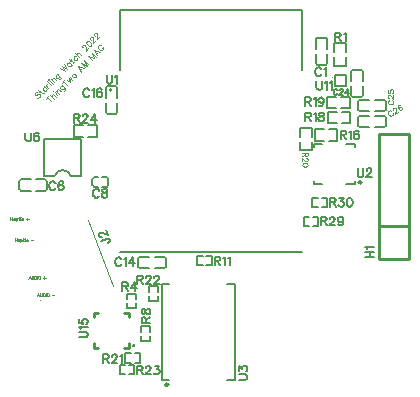
<source format=gto>
G04 Layer: TopSilkscreenLayer*
G04 EasyEDA v6.5.22, 2023-01-25 14:37:09*
G04 a2e63df7a23446a2ae1eb019cd18a306,9a4ed40c0dd746429eaf55b84663d2fb,10*
G04 Gerber Generator version 0.2*
G04 Scale: 100 percent, Rotated: No, Reflected: No *
G04 Dimensions in inches *
G04 leading zeros omitted , absolute positions ,3 integer and 6 decimal *
%FSLAX36Y36*%
%MOIN*%

%ADD10C,0.0025*%
%ADD11C,0.0035*%
%ADD12C,0.0039*%
%ADD13C,0.0050*%
%ADD14C,0.0030*%
%ADD15C,0.0060*%
%ADD16C,0.0079*%
%ADD17C,0.0039*%
%ADD18C,0.0100*%
%ADD19C,0.0059*%
%ADD20C,0.0079*%
%ADD21C,0.0098*%
%ADD22C,0.0098*%
%ADD23C,0.0106*%

%LPD*%
D10*
X-584380Y136729D02*
G01*
X-584380Y127130D01*
X-578079Y136729D02*
G01*
X-578079Y127130D01*
X-584380Y132130D02*
G01*
X-578079Y132130D01*
X-569580Y133530D02*
G01*
X-569580Y127130D01*
X-569580Y132130D02*
G01*
X-570479Y133029D01*
X-571379Y133530D01*
X-572780Y133530D01*
X-573680Y133029D01*
X-574580Y132130D01*
X-575079Y130830D01*
X-575079Y129830D01*
X-574580Y128530D01*
X-573680Y127629D01*
X-572780Y127130D01*
X-571379Y127130D01*
X-570479Y127629D01*
X-569580Y128530D01*
X-566580Y133530D02*
G01*
X-566580Y123930D01*
X-566580Y132130D02*
G01*
X-565680Y133029D01*
X-564780Y133530D01*
X-563379Y133530D01*
X-562480Y133029D01*
X-561580Y132130D01*
X-561080Y130830D01*
X-561080Y129830D01*
X-561580Y128530D01*
X-562480Y127629D01*
X-563379Y127130D01*
X-564780Y127130D01*
X-565680Y127629D01*
X-566580Y128530D01*
X-556779Y136729D02*
G01*
X-556779Y128930D01*
X-556279Y127629D01*
X-555380Y127130D01*
X-554480Y127130D01*
X-558079Y133530D02*
G01*
X-554980Y133530D01*
X-551480Y136729D02*
G01*
X-551080Y136230D01*
X-550579Y136729D01*
X-551080Y137130D01*
X-551480Y136729D01*
X-551080Y133530D02*
G01*
X-551080Y127130D01*
X-542080Y132130D02*
G01*
X-543079Y133029D01*
X-543980Y133530D01*
X-545280Y133530D01*
X-546180Y133029D01*
X-547080Y132130D01*
X-547579Y130830D01*
X-547579Y129830D01*
X-547080Y128530D01*
X-546180Y127629D01*
X-545280Y127130D01*
X-543980Y127130D01*
X-543079Y127629D01*
X-542080Y128530D01*
X-528079Y135329D02*
G01*
X-528079Y127130D01*
X-532080Y131230D02*
G01*
X-523980Y131230D01*
X-569080Y66829D02*
G01*
X-569080Y57229D01*
X-562780Y66829D02*
G01*
X-562780Y57229D01*
X-569080Y62229D02*
G01*
X-562780Y62229D01*
X-554279Y63629D02*
G01*
X-554279Y57229D01*
X-554279Y62229D02*
G01*
X-555180Y63130D01*
X-556080Y63629D01*
X-557480Y63629D01*
X-558379Y63130D01*
X-559279Y62229D01*
X-559780Y60929D01*
X-559780Y59929D01*
X-559279Y58629D01*
X-558379Y57730D01*
X-557480Y57229D01*
X-556080Y57229D01*
X-555180Y57730D01*
X-554279Y58629D01*
X-551279Y63629D02*
G01*
X-551279Y54029D01*
X-551279Y62229D02*
G01*
X-550380Y63130D01*
X-549480Y63629D01*
X-548079Y63629D01*
X-547179Y63130D01*
X-546279Y62229D01*
X-545780Y60929D01*
X-545780Y59929D01*
X-546279Y58629D01*
X-547179Y57730D01*
X-548079Y57229D01*
X-549480Y57229D01*
X-550380Y57730D01*
X-551279Y58629D01*
X-541480Y66829D02*
G01*
X-541480Y59029D01*
X-540979Y57730D01*
X-540079Y57229D01*
X-539179Y57229D01*
X-542780Y63629D02*
G01*
X-539679Y63629D01*
X-536180Y66829D02*
G01*
X-535780Y66329D01*
X-535280Y66829D01*
X-535780Y67229D01*
X-536180Y66829D01*
X-535780Y63629D02*
G01*
X-535780Y57229D01*
X-526779Y62229D02*
G01*
X-527780Y63130D01*
X-528680Y63629D01*
X-529980Y63629D01*
X-530879Y63130D01*
X-531779Y62229D01*
X-532280Y60929D01*
X-532280Y59929D01*
X-531779Y58629D01*
X-530879Y57730D01*
X-529980Y57229D01*
X-528680Y57229D01*
X-527780Y57730D01*
X-526779Y58629D01*
X-516779Y61329D02*
G01*
X-508680Y61329D01*
X-520479Y-58270D02*
G01*
X-524080Y-67869D01*
X-520479Y-58270D02*
G01*
X-516779Y-67869D01*
X-522780Y-64670D02*
G01*
X-518180Y-64670D01*
X-513779Y-58270D02*
G01*
X-513779Y-65169D01*
X-513379Y-66469D01*
X-512480Y-67370D01*
X-511080Y-67869D01*
X-510180Y-67869D01*
X-508779Y-67370D01*
X-507880Y-66469D01*
X-507480Y-65169D01*
X-507480Y-58270D01*
X-504480Y-58270D02*
G01*
X-504480Y-67869D01*
X-504480Y-58270D02*
G01*
X-501279Y-58270D01*
X-499880Y-58769D01*
X-498980Y-59670D01*
X-498580Y-60570D01*
X-498079Y-61970D01*
X-498079Y-64169D01*
X-498580Y-65570D01*
X-498980Y-66469D01*
X-499880Y-67370D01*
X-501279Y-67869D01*
X-504480Y-67869D01*
X-495079Y-58270D02*
G01*
X-495079Y-67869D01*
X-489380Y-58270D02*
G01*
X-490280Y-58769D01*
X-491180Y-59670D01*
X-491679Y-60570D01*
X-492080Y-61970D01*
X-492080Y-64169D01*
X-491679Y-65570D01*
X-491180Y-66469D01*
X-490280Y-67370D01*
X-489380Y-67869D01*
X-487579Y-67869D01*
X-486679Y-67370D01*
X-485780Y-66469D01*
X-485280Y-65570D01*
X-484780Y-64169D01*
X-484780Y-61970D01*
X-485280Y-60570D01*
X-485780Y-59670D01*
X-486679Y-58769D01*
X-487579Y-58270D01*
X-489380Y-58270D01*
X-470780Y-59670D02*
G01*
X-470780Y-67869D01*
X-474780Y-63769D02*
G01*
X-466679Y-63769D01*
X-491580Y-115770D02*
G01*
X-495180Y-125369D01*
X-491580Y-115770D02*
G01*
X-487880Y-125369D01*
X-493879Y-122170D02*
G01*
X-489279Y-122170D01*
X-484880Y-115770D02*
G01*
X-484880Y-122669D01*
X-484480Y-123969D01*
X-483580Y-124870D01*
X-482179Y-125369D01*
X-481279Y-125369D01*
X-479880Y-124870D01*
X-478980Y-123969D01*
X-478580Y-122669D01*
X-478580Y-115770D01*
X-475579Y-115770D02*
G01*
X-475579Y-125369D01*
X-475579Y-115770D02*
G01*
X-472380Y-115770D01*
X-470979Y-116269D01*
X-470079Y-117170D01*
X-469679Y-118070D01*
X-469179Y-119470D01*
X-469179Y-121669D01*
X-469679Y-123070D01*
X-470079Y-123969D01*
X-470979Y-124870D01*
X-472380Y-125369D01*
X-475579Y-125369D01*
X-466180Y-115770D02*
G01*
X-466180Y-125369D01*
X-460479Y-115770D02*
G01*
X-461379Y-116269D01*
X-462280Y-117170D01*
X-462780Y-118070D01*
X-463180Y-119470D01*
X-463180Y-121669D01*
X-462780Y-123070D01*
X-462280Y-123969D01*
X-461379Y-124870D01*
X-460479Y-125369D01*
X-458680Y-125369D01*
X-457780Y-124870D01*
X-456880Y-123969D01*
X-456379Y-123070D01*
X-455879Y-121669D01*
X-455879Y-119470D01*
X-456379Y-118070D01*
X-456880Y-117170D01*
X-457780Y-116269D01*
X-458680Y-115770D01*
X-460479Y-115770D01*
X-445879Y-121269D02*
G01*
X-437780Y-121269D01*
D11*
X-494930Y554519D02*
G01*
X-497475Y554519D01*
X-500092Y553317D01*
X-502709Y550700D01*
X-503910Y548085D01*
X-503910Y545538D01*
X-502637Y544265D01*
X-500729Y543629D01*
X-499456Y543629D01*
X-497547Y544265D01*
X-492385Y546882D01*
X-490405Y547447D01*
X-489131Y547447D01*
X-487223Y546811D01*
X-485313Y544902D01*
X-485313Y542357D01*
X-486586Y539810D01*
X-489202Y537195D01*
X-491747Y535922D01*
X-494293Y535922D01*
X-490758Y562651D02*
G01*
X-479798Y551691D01*
X-477253Y550417D01*
X-475272Y551125D01*
X-474000Y552397D01*
X-488141Y556215D02*
G01*
X-483617Y560742D01*
X-471030Y573328D02*
G01*
X-462049Y564348D01*
X-469121Y571419D02*
G01*
X-471666Y571419D01*
X-473576Y570783D01*
X-475555Y568802D01*
X-476192Y566893D01*
X-476192Y564348D01*
X-474849Y561732D01*
X-473576Y560459D01*
X-471030Y559185D01*
X-468485Y559185D01*
X-466575Y559823D01*
X-464596Y561801D01*
X-463959Y563712D01*
X-463959Y566257D01*
X-466787Y577570D02*
G01*
X-457807Y568591D01*
X-462898Y573681D02*
G01*
X-464242Y576298D01*
X-464242Y578843D01*
X-463605Y580752D01*
X-461625Y582732D01*
X-461909Y591500D02*
G01*
X-448402Y577995D01*
X-457665Y595743D02*
G01*
X-456322Y595673D01*
X-456392Y597015D01*
X-457665Y597015D01*
X-457665Y595743D01*
X-452503Y591855D02*
G01*
X-443523Y582874D01*
X-447624Y596734D02*
G01*
X-438644Y587752D01*
X-445079Y594187D02*
G01*
X-445079Y598006D01*
X-444443Y599915D01*
X-442462Y601894D01*
X-440554Y602532D01*
X-438007Y601259D01*
X-431574Y594823D01*
X-428604Y615754D02*
G01*
X-418280Y605430D01*
X-417007Y602885D01*
X-417007Y601612D01*
X-417644Y599702D01*
X-419624Y597723D01*
X-421532Y597087D01*
X-426694Y613845D02*
G01*
X-429239Y613845D01*
X-431149Y613209D01*
X-433128Y611228D01*
X-433766Y609319D01*
X-433766Y606774D01*
X-432421Y604157D01*
X-431149Y602885D01*
X-428604Y601612D01*
X-426058Y601612D01*
X-424148Y602249D01*
X-422169Y604229D01*
X-421532Y606138D01*
X-421532Y608683D01*
X-418986Y634421D02*
G01*
X-402299Y624099D01*
X-412552Y640857D02*
G01*
X-402299Y624099D01*
X-412552Y640857D02*
G01*
X-395865Y630533D01*
X-406117Y647291D02*
G01*
X-395865Y630533D01*
X-389642Y654715D02*
G01*
X-380662Y645736D01*
X-387732Y652806D02*
G01*
X-390279Y652806D01*
X-392259Y652100D01*
X-394167Y650190D01*
X-394804Y648281D01*
X-394804Y645736D01*
X-393460Y643119D01*
X-392188Y641846D01*
X-389642Y640574D01*
X-387097Y640574D01*
X-385187Y641210D01*
X-383278Y643119D01*
X-382570Y645099D01*
X-382570Y647644D01*
X-388015Y665394D02*
G01*
X-377056Y654432D01*
X-374510Y653161D01*
X-372601Y653796D01*
X-371257Y655140D01*
X-385399Y658958D02*
G01*
X-380945Y663413D01*
X-366378Y674162D02*
G01*
X-368995Y674090D01*
X-370904Y673454D01*
X-372813Y671545D01*
X-373450Y669636D01*
X-373450Y667091D01*
X-372106Y664474D01*
X-370833Y663202D01*
X-368288Y661929D01*
X-365742Y661929D01*
X-363833Y662564D01*
X-361923Y664474D01*
X-361287Y666383D01*
X-361216Y669000D01*
X-368569Y684839D02*
G01*
X-355065Y671332D01*
X-361499Y677768D02*
G01*
X-361499Y681585D01*
X-360862Y683496D01*
X-358954Y685405D01*
X-356974Y686111D01*
X-354427Y684839D01*
X-347993Y678404D01*
X-343468Y703436D02*
G01*
X-344104Y704072D01*
X-344741Y705981D01*
X-344741Y707253D01*
X-344175Y709234D01*
X-341630Y711779D01*
X-339579Y712415D01*
X-338306Y712415D01*
X-336396Y711779D01*
X-335124Y710506D01*
X-334488Y708598D01*
X-333851Y705416D01*
X-333851Y692546D01*
X-324871Y701527D01*
X-330316Y723094D02*
G01*
X-331518Y720477D01*
X-330882Y717294D01*
X-328335Y713476D01*
X-326356Y711496D01*
X-322538Y708951D01*
X-319355Y708314D01*
X-316810Y709587D01*
X-315466Y710931D01*
X-314193Y713476D01*
X-314830Y716658D01*
X-317376Y720477D01*
X-319355Y722456D01*
X-323173Y725003D01*
X-326356Y725639D01*
X-328973Y724436D01*
X-330316Y723094D01*
X-317021Y729881D02*
G01*
X-317659Y730518D01*
X-318294Y732426D01*
X-318294Y733699D01*
X-317659Y735751D01*
X-315113Y738296D01*
X-313132Y738861D01*
X-311860Y738861D01*
X-309951Y738225D01*
X-308679Y736952D01*
X-308042Y735043D01*
X-307406Y731862D01*
X-307406Y718991D01*
X-298424Y727973D01*
X-303729Y743175D02*
G01*
X-304364Y743811D01*
X-305002Y745720D01*
X-305002Y746993D01*
X-304436Y748973D01*
X-301890Y751518D01*
X-299909Y752085D01*
X-298567Y752156D01*
X-296657Y751518D01*
X-295384Y750246D01*
X-294749Y748337D01*
X-294183Y745084D01*
X-294183Y732215D01*
X-285132Y741266D01*
X-462336Y537573D02*
G01*
X-448829Y524067D01*
X-466791Y533119D02*
G01*
X-457809Y542098D01*
X-453568Y546341D02*
G01*
X-440061Y532835D01*
X-446496Y539270D02*
G01*
X-446496Y543089D01*
X-445789Y545068D01*
X-443879Y546977D01*
X-441971Y547615D01*
X-439426Y546341D01*
X-432991Y539906D01*
X-442254Y557656D02*
G01*
X-440911Y557584D01*
X-440981Y558928D01*
X-442254Y558928D01*
X-442254Y557656D01*
X-437092Y553766D02*
G01*
X-428112Y544785D01*
X-432213Y558645D02*
G01*
X-423233Y549665D01*
X-429668Y556100D02*
G01*
X-429597Y559989D01*
X-428959Y561898D01*
X-427051Y563807D01*
X-425142Y564443D01*
X-422596Y563170D01*
X-416162Y556736D01*
X-413191Y577667D02*
G01*
X-402867Y567343D01*
X-401594Y564796D01*
X-401594Y563524D01*
X-402232Y561615D01*
X-404140Y559706D01*
X-406050Y559070D01*
X-411283Y575756D02*
G01*
X-413828Y575756D01*
X-415738Y575120D01*
X-417646Y573211D01*
X-418283Y571302D01*
X-418353Y568685D01*
X-417010Y566069D01*
X-415738Y564796D01*
X-413191Y563524D01*
X-410576Y563595D01*
X-408666Y564232D01*
X-406756Y566140D01*
X-406121Y568049D01*
X-406121Y570596D01*
X-408949Y590960D02*
G01*
X-395443Y577454D01*
X-413474Y586435D02*
G01*
X-404423Y595486D01*
X-395655Y595203D02*
G01*
X-384130Y588768D01*
X-390564Y600293D02*
G01*
X-384130Y588768D01*
X-390564Y600293D02*
G01*
X-378968Y593930D01*
X-385402Y605455D02*
G01*
X-378968Y593930D01*
X-377907Y612950D02*
G01*
X-378613Y610970D01*
X-378613Y608425D01*
X-377271Y605808D01*
X-375997Y604537D01*
X-373452Y603263D01*
X-370906Y603263D01*
X-368927Y603971D01*
X-367017Y605880D01*
X-366381Y607788D01*
X-366381Y610335D01*
X-367654Y612880D01*
X-368927Y614153D01*
X-371543Y615497D01*
X-374089Y615497D01*
X-375997Y614859D01*
X-377907Y612950D01*
X-358037Y641871D02*
G01*
X-349693Y623204D01*
X-358037Y641871D02*
G01*
X-339369Y633528D01*
X-352169Y629639D02*
G01*
X-345805Y636003D01*
X-348632Y651275D02*
G01*
X-335127Y637770D01*
X-348632Y651275D02*
G01*
X-330036Y642862D01*
X-338379Y661529D02*
G01*
X-330036Y642862D01*
X-338379Y661529D02*
G01*
X-324873Y648024D01*
X-324238Y675671D02*
G01*
X-310731Y662166D01*
X-324238Y675671D02*
G01*
X-305569Y667327D01*
X-313914Y685994D02*
G01*
X-305569Y667327D01*
X-313914Y685994D02*
G01*
X-300407Y672489D01*
X-304580Y695329D02*
G01*
X-296166Y676732D01*
X-304580Y695329D02*
G01*
X-285913Y686984D01*
X-298711Y683096D02*
G01*
X-292277Y689531D01*
X-282305Y711098D02*
G01*
X-284215Y711734D01*
X-286760Y711734D01*
X-288741Y711167D01*
X-291287Y708622D01*
X-291922Y706572D01*
X-291922Y704027D01*
X-291287Y702116D01*
X-290014Y699571D01*
X-286760Y696318D01*
X-284215Y695045D01*
X-282305Y694409D01*
X-279760Y694409D01*
X-277781Y695117D01*
X-275235Y697662D01*
X-274598Y699571D01*
X-274598Y702116D01*
X-275235Y704027D01*
X-277145Y705936D01*
X-280326Y702753D02*
G01*
X-277145Y705936D01*
D12*
X685506Y491972D02*
G01*
X683877Y492995D01*
X681418Y493654D01*
X679409Y493532D01*
X676292Y491732D01*
X675270Y490104D01*
X674610Y487644D01*
X674682Y485722D01*
X675252Y482934D01*
X677501Y479036D01*
X679632Y477148D01*
X681310Y476039D01*
X683769Y475380D01*
X685691Y475452D01*
X688810Y477251D01*
X689918Y478930D01*
X690577Y481390D01*
X690456Y483398D01*
X691395Y495372D02*
G01*
X690945Y496152D01*
X690874Y498074D01*
X691204Y499304D01*
X692313Y500983D01*
X695430Y502782D01*
X697353Y502853D01*
X698582Y502523D01*
X700213Y501502D01*
X701112Y499942D01*
X701233Y497934D01*
X701111Y494746D01*
X697816Y482451D01*
X708641Y488701D01*
X715055Y510994D02*
G01*
X713374Y512103D01*
X710586Y511532D01*
X709027Y510632D01*
X707139Y508503D01*
X706881Y505351D01*
X708351Y501005D01*
X710600Y497107D01*
X713180Y494439D01*
X715640Y493780D01*
X718428Y494351D01*
X719206Y494801D01*
X721095Y496930D01*
X721755Y499389D01*
X721184Y502179D01*
X720734Y502957D01*
X718604Y504845D01*
X716145Y505504D01*
X713356Y504935D01*
X712578Y504484D01*
X710689Y502354D01*
X710030Y499895D01*
X710600Y497107D01*
D13*
X516419Y425830D02*
G01*
X516419Y397229D01*
X516419Y425830D02*
G01*
X528720Y425830D01*
X532719Y424529D01*
X534120Y423130D01*
X535519Y420430D01*
X535519Y417730D01*
X534120Y414929D01*
X532719Y413629D01*
X528720Y412229D01*
X516419Y412229D01*
X525919Y412229D02*
G01*
X535519Y397229D01*
X544520Y420430D02*
G01*
X547219Y421829D01*
X551319Y425830D01*
X551319Y397229D01*
X576719Y421829D02*
G01*
X575320Y424529D01*
X571220Y425830D01*
X568519Y425830D01*
X564420Y424529D01*
X561719Y420430D01*
X560320Y413629D01*
X560320Y406829D01*
X561719Y401329D01*
X564420Y398629D01*
X568519Y397229D01*
X569819Y397229D01*
X573919Y398629D01*
X576719Y401329D01*
X578019Y405430D01*
X578019Y406829D01*
X576719Y410830D01*
X573919Y413629D01*
X569819Y414929D01*
X568519Y414929D01*
X564420Y413629D01*
X561719Y410830D01*
X560320Y406829D01*
D14*
X406329Y351579D02*
G01*
X389229Y351579D01*
X406329Y351579D02*
G01*
X406329Y344279D01*
X405529Y341779D01*
X404729Y340979D01*
X403130Y340180D01*
X401430Y340180D01*
X399830Y340979D01*
X399030Y341779D01*
X398230Y344279D01*
X398230Y351579D01*
X398230Y345880D02*
G01*
X389229Y340180D01*
X402229Y333879D02*
G01*
X403130Y333879D01*
X404729Y333079D01*
X405529Y332280D01*
X406329Y330679D01*
X406329Y327379D01*
X405529Y325779D01*
X404729Y324879D01*
X403130Y324079D01*
X401430Y324079D01*
X399830Y324879D01*
X397330Y326579D01*
X389229Y334780D01*
X389229Y323279D01*
X406329Y312979D02*
G01*
X405529Y315479D01*
X403130Y317080D01*
X399030Y317880D01*
X396530Y317880D01*
X392429Y317080D01*
X390029Y315479D01*
X389229Y312979D01*
X389229Y311379D01*
X390029Y308879D01*
X392429Y307280D01*
X396530Y306480D01*
X399030Y306480D01*
X403130Y307280D01*
X405529Y308879D01*
X406329Y311379D01*
X406329Y312979D01*
D13*
X573320Y299924D02*
G01*
X573320Y279524D01*
X574619Y275425D01*
X577420Y272725D01*
X581520Y271325D01*
X584219Y271325D01*
X588320Y272725D01*
X591019Y275425D01*
X592420Y279524D01*
X592420Y299924D01*
X602719Y293125D02*
G01*
X602719Y294524D01*
X604120Y297224D01*
X605519Y298625D01*
X608220Y299924D01*
X613620Y299924D01*
X616419Y298625D01*
X617719Y297224D01*
X619120Y294524D01*
X619120Y291824D01*
X617719Y289025D01*
X615019Y284924D01*
X601419Y271325D01*
X620519Y271325D01*
D12*
X678170Y526720D02*
G01*
X676469Y525819D01*
X674669Y524020D01*
X673769Y522219D01*
X673769Y518620D01*
X674669Y516920D01*
X676469Y515120D01*
X678170Y514220D01*
X680869Y513319D01*
X685370Y513319D01*
X688069Y514220D01*
X689870Y515120D01*
X691669Y516920D01*
X692569Y518620D01*
X692569Y522219D01*
X691669Y524020D01*
X689870Y525819D01*
X688069Y526720D01*
X678170Y533519D02*
G01*
X677269Y533519D01*
X675569Y534420D01*
X674669Y535320D01*
X673769Y537119D01*
X673769Y540720D01*
X674669Y542420D01*
X675569Y543319D01*
X677269Y544220D01*
X679070Y544220D01*
X680869Y543319D01*
X683569Y541619D01*
X692569Y532620D01*
X692569Y545120D01*
X673769Y561819D02*
G01*
X673769Y552820D01*
X681769Y551920D01*
X680869Y552820D01*
X679970Y555520D01*
X679970Y558220D01*
X680869Y560920D01*
X682669Y562719D01*
X685370Y563620D01*
X687169Y563620D01*
X689870Y562719D01*
X691669Y560920D01*
X692569Y558220D01*
X692569Y555520D01*
X691669Y552820D01*
X690770Y551920D01*
X688969Y551019D01*
D13*
X398320Y486430D02*
G01*
X398320Y457829D01*
X398320Y486430D02*
G01*
X410619Y486430D01*
X414619Y485129D01*
X416019Y483730D01*
X417420Y481030D01*
X417420Y478330D01*
X416019Y475529D01*
X414619Y474229D01*
X410619Y472829D01*
X398320Y472829D01*
X407820Y472829D02*
G01*
X417420Y457829D01*
X426419Y481030D02*
G01*
X429120Y482429D01*
X433220Y486430D01*
X433220Y457829D01*
X449020Y486430D02*
G01*
X444920Y485129D01*
X443620Y482429D01*
X443620Y479630D01*
X444920Y476929D01*
X447619Y475529D01*
X453119Y474229D01*
X457219Y472829D01*
X459920Y470129D01*
X461319Y467429D01*
X461319Y463330D01*
X459920Y460529D01*
X458620Y459229D01*
X454520Y457829D01*
X449020Y457829D01*
X444920Y459229D01*
X443620Y460529D01*
X442219Y463330D01*
X442219Y467429D01*
X443620Y470129D01*
X446319Y472829D01*
X450419Y474229D01*
X455820Y475529D01*
X458620Y476929D01*
X459920Y479630D01*
X459920Y482429D01*
X458620Y485129D01*
X454520Y486430D01*
X449020Y486430D01*
X398019Y536630D02*
G01*
X398019Y508029D01*
X398019Y536630D02*
G01*
X410320Y536630D01*
X414319Y535329D01*
X415720Y533930D01*
X417119Y531230D01*
X417119Y528530D01*
X415720Y525729D01*
X414319Y524429D01*
X410320Y523029D01*
X398019Y523029D01*
X407519Y523029D02*
G01*
X417119Y508029D01*
X426120Y531230D02*
G01*
X428819Y532629D01*
X432919Y536630D01*
X432919Y508029D01*
X459619Y527130D02*
G01*
X458320Y523029D01*
X455519Y520329D01*
X451419Y518930D01*
X450119Y518930D01*
X446019Y520329D01*
X443320Y523029D01*
X441920Y527130D01*
X441920Y528530D01*
X443320Y532629D01*
X446019Y535329D01*
X450119Y536630D01*
X451419Y536630D01*
X455519Y535329D01*
X458320Y532629D01*
X459619Y527130D01*
X459619Y520329D01*
X458320Y513530D01*
X455519Y509429D01*
X451419Y508029D01*
X448720Y508029D01*
X444619Y509429D01*
X443320Y512130D01*
X-162300Y-358000D02*
G01*
X-162300Y-386599D01*
X-162300Y-358000D02*
G01*
X-150000Y-358000D01*
X-146000Y-359299D01*
X-144600Y-360700D01*
X-143199Y-363400D01*
X-143199Y-366100D01*
X-144600Y-368899D01*
X-146000Y-370199D01*
X-150000Y-371599D01*
X-162300Y-371599D01*
X-152799Y-371599D02*
G01*
X-143199Y-386599D01*
X-132899Y-364800D02*
G01*
X-132899Y-363400D01*
X-131500Y-360700D01*
X-130100Y-359299D01*
X-127399Y-358000D01*
X-121999Y-358000D01*
X-119200Y-359299D01*
X-117899Y-360700D01*
X-116500Y-363400D01*
X-116500Y-366100D01*
X-117899Y-368899D01*
X-120600Y-373000D01*
X-134200Y-386599D01*
X-115100Y-386599D01*
X-103400Y-358000D02*
G01*
X-88400Y-358000D01*
X-96599Y-368899D01*
X-92500Y-368899D01*
X-89800Y-370199D01*
X-88400Y-371599D01*
X-86999Y-375700D01*
X-86999Y-378400D01*
X-88400Y-382500D01*
X-91099Y-385199D01*
X-95200Y-386599D01*
X-99300Y-386599D01*
X-103400Y-385199D01*
X-104800Y-383899D01*
X-106099Y-381100D01*
X-372680Y481529D02*
G01*
X-372680Y452930D01*
X-372680Y481529D02*
G01*
X-360380Y481529D01*
X-356379Y480230D01*
X-354980Y478829D01*
X-353580Y476129D01*
X-353580Y473429D01*
X-354980Y470630D01*
X-356379Y469329D01*
X-360380Y467930D01*
X-372680Y467930D01*
X-363180Y467930D02*
G01*
X-353580Y452930D01*
X-343280Y474729D02*
G01*
X-343280Y476129D01*
X-341880Y478829D01*
X-340479Y480230D01*
X-337780Y481529D01*
X-332380Y481529D01*
X-329580Y480230D01*
X-328280Y478829D01*
X-326880Y476129D01*
X-326880Y473429D01*
X-328280Y470630D01*
X-330979Y466529D01*
X-344580Y452930D01*
X-325479Y452930D01*
X-302880Y481529D02*
G01*
X-316480Y462530D01*
X-296080Y462530D01*
X-302880Y481529D02*
G01*
X-302880Y452930D01*
X451019Y139029D02*
G01*
X451019Y110430D01*
X451019Y139029D02*
G01*
X463320Y139029D01*
X467319Y137730D01*
X468720Y136329D01*
X470119Y133629D01*
X470119Y130929D01*
X468720Y128130D01*
X467319Y126829D01*
X463320Y125430D01*
X451019Y125430D01*
X460519Y125430D02*
G01*
X470119Y110430D01*
X480419Y132229D02*
G01*
X480419Y133629D01*
X481819Y136329D01*
X483220Y137730D01*
X485919Y139029D01*
X491319Y139029D01*
X494120Y137730D01*
X495419Y136329D01*
X496819Y133629D01*
X496819Y130929D01*
X495419Y128130D01*
X492719Y124029D01*
X479120Y110430D01*
X498220Y110430D01*
X524920Y129529D02*
G01*
X523519Y125430D01*
X520820Y122730D01*
X516719Y121329D01*
X515320Y121329D01*
X511319Y122730D01*
X508519Y125430D01*
X507219Y129529D01*
X507219Y130929D01*
X508519Y135030D01*
X511319Y137730D01*
X515320Y139029D01*
X516719Y139029D01*
X520820Y137730D01*
X523519Y135030D01*
X524920Y129529D01*
X524920Y122730D01*
X523519Y115929D01*
X520820Y111829D01*
X516719Y110430D01*
X514020Y110430D01*
X509920Y111829D01*
X508519Y114529D01*
X96419Y6430D02*
G01*
X96419Y-22170D01*
X96419Y6430D02*
G01*
X108720Y6430D01*
X112719Y5129D01*
X114120Y3730D01*
X115519Y1030D01*
X115519Y-1669D01*
X114120Y-4470D01*
X112719Y-5770D01*
X108720Y-7170D01*
X96419Y-7170D01*
X105919Y-7170D02*
G01*
X115519Y-22170D01*
X124520Y1030D02*
G01*
X127219Y2429D01*
X131319Y6430D01*
X131319Y-22170D01*
X140320Y1030D02*
G01*
X143019Y2429D01*
X147119Y6430D01*
X147119Y-22170D01*
X481120Y201829D02*
G01*
X481120Y173229D01*
X481120Y201829D02*
G01*
X493419Y201829D01*
X497420Y200529D01*
X498819Y199130D01*
X500219Y196430D01*
X500219Y193730D01*
X498819Y190929D01*
X497420Y189630D01*
X493419Y188229D01*
X481120Y188229D01*
X490619Y188229D02*
G01*
X500219Y173229D01*
X511920Y201829D02*
G01*
X526920Y201829D01*
X518720Y190929D01*
X522820Y190929D01*
X525519Y189630D01*
X526920Y188229D01*
X528320Y184130D01*
X528320Y181430D01*
X526920Y177330D01*
X524219Y174630D01*
X520119Y173229D01*
X516019Y173229D01*
X511920Y174630D01*
X510519Y175929D01*
X509219Y178730D01*
X545419Y201829D02*
G01*
X541419Y200529D01*
X538620Y196430D01*
X537319Y189630D01*
X537319Y185529D01*
X538620Y178730D01*
X541419Y174630D01*
X545419Y173229D01*
X548220Y173229D01*
X552319Y174630D01*
X555019Y178730D01*
X556419Y185529D01*
X556419Y189630D01*
X555019Y196430D01*
X552319Y200529D01*
X548220Y201829D01*
X545419Y201829D01*
X-162080Y-57170D02*
G01*
X-162080Y-85770D01*
X-162080Y-57170D02*
G01*
X-149780Y-57170D01*
X-145780Y-58470D01*
X-144380Y-59870D01*
X-142979Y-62570D01*
X-142979Y-65270D01*
X-144380Y-68070D01*
X-145780Y-69369D01*
X-149780Y-70770D01*
X-162080Y-70770D01*
X-152579Y-70770D02*
G01*
X-142979Y-85770D01*
X-132680Y-63969D02*
G01*
X-132680Y-62570D01*
X-131279Y-59870D01*
X-129880Y-58470D01*
X-127179Y-57170D01*
X-121779Y-57170D01*
X-118980Y-58470D01*
X-117680Y-59870D01*
X-116279Y-62570D01*
X-116279Y-65270D01*
X-117680Y-68070D01*
X-120380Y-72170D01*
X-133980Y-85770D01*
X-114880Y-85770D01*
X-104580Y-63969D02*
G01*
X-104580Y-62570D01*
X-103180Y-59870D01*
X-101779Y-58470D01*
X-99080Y-57170D01*
X-93680Y-57170D01*
X-90879Y-58470D01*
X-89580Y-59870D01*
X-88180Y-62570D01*
X-88180Y-65270D01*
X-89580Y-68070D01*
X-92280Y-72170D01*
X-105879Y-85770D01*
X-86779Y-85770D01*
X-288779Y224529D02*
G01*
X-290079Y227330D01*
X-292880Y230030D01*
X-295579Y231329D01*
X-300979Y231329D01*
X-303779Y230030D01*
X-306480Y227330D01*
X-307880Y224529D01*
X-309179Y220430D01*
X-309179Y213629D01*
X-307880Y209529D01*
X-306480Y206829D01*
X-303779Y204130D01*
X-300979Y202730D01*
X-295579Y202730D01*
X-292880Y204130D01*
X-290079Y206829D01*
X-288779Y209529D01*
X-272880Y231329D02*
G01*
X-276980Y230030D01*
X-278379Y227330D01*
X-278379Y224529D01*
X-276980Y221829D01*
X-274279Y220430D01*
X-268879Y219130D01*
X-264780Y217730D01*
X-261980Y215030D01*
X-260680Y212330D01*
X-260680Y208229D01*
X-261980Y205430D01*
X-263379Y204130D01*
X-267480Y202730D01*
X-272880Y202730D01*
X-276980Y204130D01*
X-278379Y205430D01*
X-279780Y208229D01*
X-279780Y212330D01*
X-278379Y215030D01*
X-275680Y217730D01*
X-271580Y219130D01*
X-266080Y220430D01*
X-263379Y221829D01*
X-261980Y224529D01*
X-261980Y227330D01*
X-263379Y230030D01*
X-267480Y231329D01*
X-272880Y231329D01*
X-211080Y-79769D02*
G01*
X-211080Y-108369D01*
X-211080Y-79769D02*
G01*
X-198779Y-79769D01*
X-194780Y-81069D01*
X-193379Y-82469D01*
X-191980Y-85169D01*
X-191980Y-87869D01*
X-193379Y-90670D01*
X-194780Y-91970D01*
X-198779Y-93369D01*
X-211080Y-93369D01*
X-201580Y-93369D02*
G01*
X-191980Y-108369D01*
X-169380Y-79769D02*
G01*
X-182979Y-98769D01*
X-162579Y-98769D01*
X-169380Y-79769D02*
G01*
X-169380Y-108369D01*
X-146329Y-213980D02*
G01*
X-117730Y-213980D01*
X-146329Y-213980D02*
G01*
X-146329Y-201680D01*
X-145029Y-197680D01*
X-143630Y-196280D01*
X-140929Y-194879D01*
X-138230Y-194879D01*
X-135429Y-196280D01*
X-134130Y-197680D01*
X-132730Y-201680D01*
X-132730Y-213980D01*
X-132730Y-204479D02*
G01*
X-117730Y-194879D01*
X-146329Y-179079D02*
G01*
X-145029Y-183180D01*
X-142330Y-184580D01*
X-139530Y-184580D01*
X-136829Y-183180D01*
X-135429Y-180480D01*
X-134130Y-174980D01*
X-132730Y-170880D01*
X-130029Y-168180D01*
X-127330Y-166779D01*
X-123230Y-166779D01*
X-120429Y-168180D01*
X-119130Y-169580D01*
X-117730Y-173679D01*
X-117730Y-179079D01*
X-119130Y-183180D01*
X-120429Y-184580D01*
X-123230Y-185880D01*
X-127330Y-185880D01*
X-130029Y-184580D01*
X-132730Y-181779D01*
X-134130Y-177680D01*
X-135429Y-172280D01*
X-136829Y-169580D01*
X-139530Y-168180D01*
X-142330Y-168180D01*
X-145029Y-169580D01*
X-146329Y-173679D01*
X-146329Y-179079D01*
X-275079Y-320070D02*
G01*
X-275079Y-348670D01*
X-275079Y-320070D02*
G01*
X-262780Y-320070D01*
X-258779Y-321370D01*
X-257380Y-322770D01*
X-255979Y-325470D01*
X-255979Y-328170D01*
X-257380Y-330970D01*
X-258779Y-332269D01*
X-262780Y-333670D01*
X-275079Y-333670D01*
X-265579Y-333670D02*
G01*
X-255979Y-348670D01*
X-245680Y-326869D02*
G01*
X-245680Y-325470D01*
X-244279Y-322770D01*
X-242880Y-321370D01*
X-240180Y-320070D01*
X-234780Y-320070D01*
X-231980Y-321370D01*
X-230680Y-322770D01*
X-229279Y-325470D01*
X-229279Y-328170D01*
X-230680Y-330970D01*
X-233379Y-335070D01*
X-246980Y-348670D01*
X-227880Y-348670D01*
X-218879Y-325470D02*
G01*
X-216180Y-324070D01*
X-212080Y-320070D01*
X-212080Y-348670D01*
X-433779Y250129D02*
G01*
X-435079Y252930D01*
X-437880Y255630D01*
X-440579Y256929D01*
X-445979Y256929D01*
X-448779Y255630D01*
X-451480Y252930D01*
X-452880Y250129D01*
X-454179Y246030D01*
X-454179Y239229D01*
X-452880Y235129D01*
X-451480Y232429D01*
X-448779Y229729D01*
X-445979Y228330D01*
X-440579Y228330D01*
X-437880Y229729D01*
X-435079Y232429D01*
X-433779Y235129D01*
X-408379Y252930D02*
G01*
X-409780Y255630D01*
X-413879Y256929D01*
X-416580Y256929D01*
X-420680Y255630D01*
X-423379Y251529D01*
X-424780Y244729D01*
X-424780Y237930D01*
X-423379Y232429D01*
X-420680Y229729D01*
X-416580Y228330D01*
X-415180Y228330D01*
X-411080Y229729D01*
X-408379Y232429D01*
X-406980Y236529D01*
X-406980Y237930D01*
X-408379Y241929D01*
X-411080Y244729D01*
X-415180Y246030D01*
X-416580Y246030D01*
X-420680Y244729D01*
X-423379Y241929D01*
X-424780Y237930D01*
X-282764Y58559D02*
G01*
X-262280Y66014D01*
X-257983Y66195D01*
X-256282Y65324D01*
X-254043Y63267D01*
X-253085Y60635D01*
X-253478Y57620D01*
X-254220Y55859D01*
X-257628Y53236D01*
X-260259Y52278D01*
X-279931Y70657D02*
G01*
X-281248Y70178D01*
X-284229Y70477D01*
X-286023Y71313D01*
X-288168Y73405D01*
X-290050Y78575D01*
X-289751Y81556D01*
X-288914Y83350D01*
X-286823Y85495D01*
X-284286Y86419D01*
X-281210Y86156D01*
X-276433Y85021D01*
X-258968Y76797D01*
X-265501Y94746D01*
X-263280Y611829D02*
G01*
X-263280Y591430D01*
X-261980Y587330D01*
X-259179Y584630D01*
X-255079Y583229D01*
X-252380Y583229D01*
X-248280Y584630D01*
X-245579Y587330D01*
X-244179Y591430D01*
X-244179Y611829D01*
X-235180Y606430D02*
G01*
X-232480Y607829D01*
X-228379Y611829D01*
X-228379Y583229D01*
X599070Y4020D02*
G01*
X627669Y4020D01*
X599070Y23119D02*
G01*
X627669Y23119D01*
X612669Y4020D02*
G01*
X612669Y23119D01*
X604470Y32119D02*
G01*
X603069Y34819D01*
X599070Y38919D01*
X627669Y38919D01*
X176970Y-404679D02*
G01*
X197370Y-404679D01*
X201469Y-403380D01*
X204169Y-400579D01*
X205569Y-396480D01*
X205569Y-393780D01*
X204169Y-389679D01*
X201469Y-386979D01*
X197370Y-385579D01*
X176970Y-385579D01*
X176970Y-373879D02*
G01*
X176970Y-358879D01*
X187870Y-367080D01*
X187870Y-362980D01*
X189169Y-360280D01*
X190569Y-358879D01*
X194669Y-357480D01*
X197370Y-357480D01*
X201469Y-358879D01*
X204169Y-361579D01*
X205569Y-365680D01*
X205569Y-369780D01*
X204169Y-373879D01*
X202870Y-375280D01*
X200069Y-376579D01*
X-354729Y-263279D02*
G01*
X-334329Y-263279D01*
X-330230Y-261979D01*
X-327529Y-259180D01*
X-326130Y-255079D01*
X-326130Y-252379D01*
X-327529Y-248279D01*
X-330230Y-245579D01*
X-334329Y-244180D01*
X-354729Y-244180D01*
X-349329Y-235180D02*
G01*
X-350730Y-232480D01*
X-354729Y-228380D01*
X-326130Y-228380D01*
X-354729Y-202980D02*
G01*
X-354729Y-216680D01*
X-342529Y-217980D01*
X-343829Y-216680D01*
X-345230Y-212579D01*
X-345230Y-208479D01*
X-343829Y-204380D01*
X-341130Y-201680D01*
X-337030Y-200280D01*
X-334329Y-200280D01*
X-330230Y-201680D01*
X-327529Y-204380D01*
X-326130Y-208479D01*
X-326130Y-212579D01*
X-327529Y-216680D01*
X-328829Y-217980D01*
X-331630Y-219380D01*
X-321480Y559929D02*
G01*
X-322780Y562730D01*
X-325579Y565430D01*
X-328280Y566729D01*
X-333680Y566729D01*
X-336480Y565430D01*
X-339179Y562730D01*
X-340579Y559929D01*
X-341880Y555830D01*
X-341880Y549029D01*
X-340579Y544929D01*
X-339179Y542229D01*
X-336480Y539529D01*
X-333680Y538130D01*
X-328280Y538130D01*
X-325579Y539529D01*
X-322780Y542229D01*
X-321480Y544929D01*
X-312480Y561329D02*
G01*
X-309679Y562730D01*
X-305579Y566729D01*
X-305579Y538130D01*
X-280280Y562730D02*
G01*
X-281580Y565430D01*
X-285680Y566729D01*
X-288479Y566729D01*
X-292579Y565430D01*
X-295280Y561329D01*
X-296580Y554529D01*
X-296580Y547730D01*
X-295280Y542229D01*
X-292579Y539529D01*
X-288479Y538130D01*
X-287080Y538130D01*
X-282979Y539529D01*
X-280280Y542229D01*
X-278879Y546329D01*
X-278879Y547730D01*
X-280280Y551729D01*
X-282979Y554529D01*
X-287080Y555830D01*
X-288479Y555830D01*
X-292579Y554529D01*
X-295280Y551729D01*
X-296580Y547730D01*
X452420Y629929D02*
G01*
X451120Y632730D01*
X448320Y635430D01*
X445619Y636729D01*
X440219Y636729D01*
X437420Y635430D01*
X434719Y632730D01*
X433320Y629929D01*
X432020Y625830D01*
X432020Y619029D01*
X433320Y614929D01*
X434719Y612229D01*
X437420Y609529D01*
X440219Y608130D01*
X445619Y608130D01*
X448320Y609529D01*
X451120Y612229D01*
X452420Y614929D01*
X461419Y631329D02*
G01*
X464219Y632730D01*
X468320Y636729D01*
X468320Y608130D01*
X-214480Y-3270D02*
G01*
X-215780Y-470D01*
X-218580Y2229D01*
X-221279Y3530D01*
X-226679Y3530D01*
X-229480Y2229D01*
X-232179Y-470D01*
X-233580Y-3270D01*
X-234880Y-7370D01*
X-234880Y-14169D01*
X-233580Y-18270D01*
X-232179Y-20970D01*
X-229480Y-23670D01*
X-226679Y-25070D01*
X-221279Y-25070D01*
X-218580Y-23670D01*
X-215780Y-20970D01*
X-214480Y-18270D01*
X-205479Y-1869D02*
G01*
X-202680Y-470D01*
X-198580Y3530D01*
X-198580Y-25070D01*
X-175979Y3530D02*
G01*
X-189580Y-15470D01*
X-169179Y-15470D01*
X-175979Y3530D02*
G01*
X-175979Y-25070D01*
X506300Y560700D02*
G01*
X505399Y562500D01*
X503599Y564299D01*
X501800Y565201D01*
X498299Y565201D01*
X496499Y564299D01*
X494700Y562500D01*
X493800Y560700D01*
X492899Y558000D01*
X492899Y553499D01*
X493798Y550799D01*
X494700Y549099D01*
X496499Y547300D01*
X498299Y546399D01*
X501799Y546401D01*
X503599Y547300D01*
X505399Y549099D01*
X506298Y550799D01*
X513099Y560700D02*
G01*
X513099Y561599D01*
X513999Y563400D01*
X514898Y564299D01*
X516700Y565201D01*
X520298Y565201D01*
X522100Y564301D01*
X523000Y563400D01*
X523899Y561601D01*
X523899Y559800D01*
X523000Y558000D01*
X521198Y555300D01*
X512199Y546401D01*
X524799Y546401D01*
X539598Y565201D02*
G01*
X530699Y552600D01*
X544099Y552600D01*
X539598Y565201D02*
G01*
X539600Y546401D01*
X498119Y752530D02*
G01*
X498119Y723930D01*
X498119Y752530D02*
G01*
X510419Y752530D01*
X514420Y751230D01*
X515820Y749830D01*
X517219Y747130D01*
X517219Y744429D01*
X515820Y741630D01*
X514420Y740329D01*
X510419Y738930D01*
X498119Y738930D01*
X507619Y738930D02*
G01*
X517219Y723930D01*
X526220Y747130D02*
G01*
X528919Y748530D01*
X533019Y752530D01*
X533019Y723930D01*
X435820Y591030D02*
G01*
X435820Y570630D01*
X437119Y566529D01*
X439920Y563829D01*
X444020Y562429D01*
X446719Y562429D01*
X450820Y563829D01*
X453519Y566529D01*
X454920Y570630D01*
X454920Y591030D01*
X463919Y585630D02*
G01*
X466620Y587029D01*
X470720Y591030D01*
X470720Y562429D01*
X479719Y585630D02*
G01*
X482420Y587029D01*
X486520Y591030D01*
X486520Y562429D01*
X-534580Y418829D02*
G01*
X-534580Y398429D01*
X-533280Y394329D01*
X-530479Y391630D01*
X-526379Y390230D01*
X-523680Y390230D01*
X-519580Y391630D01*
X-516880Y394329D01*
X-515479Y398429D01*
X-515479Y418829D01*
X-490180Y414830D02*
G01*
X-491480Y417530D01*
X-495579Y418829D01*
X-498280Y418829D01*
X-502380Y417530D01*
X-505180Y413429D01*
X-506480Y406630D01*
X-506480Y399830D01*
X-505180Y394329D01*
X-502380Y391630D01*
X-498280Y390230D01*
X-496980Y390230D01*
X-492880Y391630D01*
X-490180Y394329D01*
X-488779Y398429D01*
X-488779Y399830D01*
X-490180Y403829D01*
X-492880Y406630D01*
X-496980Y407930D01*
X-498280Y407930D01*
X-502380Y406630D01*
X-505180Y403829D01*
X-506480Y399830D01*
D15*
X581188Y437069D02*
G01*
X612294Y437069D01*
X612294Y476329D02*
G01*
X581188Y476329D01*
X575187Y470329D02*
G01*
X575187Y443069D01*
X661211Y437069D02*
G01*
X630105Y437069D01*
X630105Y476329D02*
G01*
X661211Y476329D01*
X667211Y470329D02*
G01*
X667211Y443069D01*
X459394Y393069D02*
G01*
X431125Y393069D01*
X431125Y432330D01*
X459394Y432330D01*
X477205Y393069D02*
G01*
X505474Y393069D01*
X505474Y432330D01*
X477205Y432330D01*
X420329Y388494D02*
G01*
X420329Y360225D01*
X381069Y360225D01*
X381069Y388494D01*
X420329Y406305D02*
G01*
X420329Y434574D01*
X381069Y434574D01*
X381069Y406305D01*
D16*
X563308Y257608D02*
G01*
X563308Y246781D01*
X535749Y246781D01*
X455042Y246781D02*
G01*
X427482Y246781D01*
X427482Y257608D01*
X563308Y371781D02*
G01*
X563308Y382608D01*
X535749Y382608D01*
X455042Y382608D02*
G01*
X427482Y382608D01*
X427482Y371781D01*
D15*
X580907Y490500D02*
G01*
X612013Y490500D01*
X612013Y529760D02*
G01*
X580907Y529760D01*
X574907Y523759D02*
G01*
X574907Y496500D01*
X660932Y490500D02*
G01*
X629826Y490500D01*
X629826Y529760D02*
G01*
X660932Y529760D01*
X666931Y523759D02*
G01*
X666931Y496500D01*
X502813Y450199D02*
G01*
X474544Y450199D01*
X474544Y489459D01*
X502813Y489459D01*
X520626Y450199D02*
G01*
X548895Y450199D01*
X548895Y489459D01*
X520626Y489459D01*
X500613Y500399D02*
G01*
X472344Y500399D01*
X472344Y539659D01*
X500613Y539659D01*
X518425Y500399D02*
G01*
X546694Y500399D01*
X546694Y539659D01*
X518425Y539659D01*
X-189157Y-386478D02*
G01*
X-171222Y-386478D01*
X-171222Y-355722D01*
X-189157Y-355722D01*
X-202242Y-386478D02*
G01*
X-220177Y-386478D01*
X-220177Y-355722D01*
X-202242Y-355722D01*
X-343386Y404000D02*
G01*
X-371655Y404000D01*
X-371655Y443260D01*
X-343386Y443260D01*
X-325573Y404000D02*
G01*
X-297304Y404000D01*
X-297304Y443260D01*
X-325573Y443260D01*
X424663Y106851D02*
G01*
X442596Y106851D01*
X442596Y137608D01*
X424663Y137608D01*
X411576Y106851D02*
G01*
X393643Y106851D01*
X393643Y137608D01*
X411576Y137608D01*
X56157Y8177D02*
G01*
X38222Y8177D01*
X38222Y-22577D01*
X56157Y-22577D01*
X69242Y8177D02*
G01*
X87177Y8177D01*
X87177Y-22577D01*
X69242Y-22577D01*
X453243Y171421D02*
G01*
X471176Y171421D01*
X471176Y202177D01*
X453243Y202177D01*
X440156Y171421D02*
G01*
X422222Y171421D01*
X422222Y202177D01*
X440156Y202177D01*
X-123378Y-124243D02*
G01*
X-123378Y-142177D01*
X-92622Y-142177D01*
X-92622Y-124243D01*
X-123378Y-111156D02*
G01*
X-123378Y-93222D01*
X-92622Y-93222D01*
X-92622Y-111156D01*
X-263351Y270277D02*
G01*
X-277857Y270277D01*
X-277857Y239522D02*
G01*
X-263351Y239522D01*
X-257350Y245522D02*
G01*
X-257350Y264277D01*
X-305448Y270277D02*
G01*
X-290942Y270277D01*
X-290942Y239522D02*
G01*
X-305448Y239522D01*
X-311449Y245522D02*
G01*
X-311449Y264277D01*
X-166122Y-135057D02*
G01*
X-166122Y-117123D01*
X-196877Y-117123D01*
X-196877Y-135057D01*
X-166122Y-148143D02*
G01*
X-166122Y-166077D01*
X-196877Y-166077D01*
X-196877Y-148143D01*
X-117421Y-243757D02*
G01*
X-117421Y-225823D01*
X-148177Y-225823D01*
X-148177Y-243757D01*
X-117421Y-256842D02*
G01*
X-117421Y-274776D01*
X-148177Y-274776D01*
X-148177Y-256842D01*
X-170456Y-346878D02*
G01*
X-152523Y-346878D01*
X-152523Y-316122D01*
X-170456Y-316122D01*
X-183542Y-346878D02*
G01*
X-201477Y-346878D01*
X-201477Y-316122D01*
X-183542Y-316122D01*
X-468388Y263930D02*
G01*
X-499494Y263930D01*
X-499494Y224670D02*
G01*
X-468388Y224670D01*
X-462388Y230670D02*
G01*
X-462388Y257930D01*
X-548411Y263930D02*
G01*
X-517305Y263930D01*
X-517305Y224670D02*
G01*
X-548411Y224670D01*
X-554412Y230670D02*
G01*
X-554412Y257930D01*
D17*
X-243420Y-92226D02*
G01*
X-324214Y129747D01*
D13*
X-218150Y628539D02*
G01*
X-218150Y827359D01*
X388149Y827359D01*
X388149Y628539D01*
X388149Y20279D02*
G01*
X-218150Y20279D01*
D18*
X643299Y413967D02*
G01*
X743299Y413967D01*
X643299Y-2568D02*
G01*
X643299Y413967D01*
X643299Y106626D02*
G01*
X743299Y106626D01*
X743299Y-2568D02*
G01*
X743299Y413967D01*
X643299Y-2568D02*
G01*
X743299Y-2568D01*
D15*
X-54300Y-405875D02*
G01*
X-78910Y-405875D01*
X-78910Y-405875D01*
X-78910Y-84915D01*
X-78910Y-84915D01*
X-54300Y-84915D01*
X138699Y-405875D02*
G01*
X163310Y-405875D01*
X163310Y-405875D01*
X163310Y-84915D01*
X163310Y-84915D01*
X138699Y-84915D01*
D18*
X-307260Y-298850D02*
G01*
X-291829Y-298850D01*
X-204732Y-298850D02*
G01*
X-189149Y-298850D01*
X-189149Y-180740D02*
G01*
X-204732Y-180740D01*
X-291829Y-180740D02*
G01*
X-307260Y-180740D01*
X-307260Y-298850D02*
G01*
X-307260Y-283288D01*
X-307260Y-196251D02*
G01*
X-307260Y-180740D01*
X-189149Y-298850D02*
G01*
X-189149Y-283288D01*
X-189149Y-196192D02*
G01*
X-189149Y-180740D01*
D15*
X-227370Y487388D02*
G01*
X-227370Y518494D01*
X-266630Y518494D02*
G01*
X-266630Y487388D01*
X-260630Y481388D02*
G01*
X-233370Y481388D01*
X-227370Y567411D02*
G01*
X-227370Y536305D01*
X-266630Y536305D02*
G01*
X-266630Y567411D01*
X-260630Y573411D02*
G01*
X-233370Y573411D01*
X433189Y730542D02*
G01*
X433189Y699436D01*
X472449Y699436D02*
G01*
X472449Y730542D01*
X466449Y736541D02*
G01*
X439189Y736541D01*
X433189Y650518D02*
G01*
X433189Y681624D01*
X472449Y681624D02*
G01*
X472449Y650518D01*
X466449Y644517D02*
G01*
X439189Y644517D01*
X-72287Y6030D02*
G01*
X-103393Y6030D01*
X-103393Y-33229D02*
G01*
X-72287Y-33229D01*
X-66288Y-27229D02*
G01*
X-66288Y30D01*
X-152312Y6030D02*
G01*
X-121206Y6030D01*
X-121206Y-33229D02*
G01*
X-152312Y-33229D01*
X-158312Y-27229D02*
G01*
X-158312Y30D01*
X550869Y623912D02*
G01*
X550869Y592806D01*
X590129Y592806D02*
G01*
X590129Y623912D01*
X584129Y629911D02*
G01*
X556871Y629911D01*
X550869Y543888D02*
G01*
X550869Y574994D01*
X590129Y574994D02*
G01*
X590129Y543888D01*
X584129Y537887D02*
G01*
X556871Y537887D01*
X495469Y688605D02*
G01*
X495469Y716875D01*
X534729Y716875D01*
X534729Y688605D01*
X495469Y670794D02*
G01*
X495469Y642525D01*
X534729Y642525D01*
X534729Y670794D01*
X535848Y611046D02*
G01*
X535848Y573550D01*
X498352Y573550D01*
X498352Y611046D01*
X535848Y611046D01*
D19*
X-471392Y275374D02*
G01*
X-471392Y397424D01*
X-349342Y397424D02*
G01*
X-471392Y397424D01*
X-349393Y275374D02*
G01*
X-349393Y397424D01*
X-471392Y274423D02*
G01*
X-438393Y274423D01*
X-382393Y274423D02*
G01*
X-349393Y274423D01*
D20*
G75*
G01*
X-246820Y561380D02*
G03*
X-246820Y561210I-3939J-85D01*
D15*
G75*
G01*
X581188Y476330D02*
G03*
X575188Y470330I0J-6000D01*
G75*
G01*
X575188Y443070D02*
G03*
X581188Y437070I6000J0D01*
G75*
G01*
X661212Y476330D02*
G02*
X667212Y470330I0J-6000D01*
G75*
G01*
X667212Y443070D02*
G02*
X661212Y437070I-6000J0D01*
D21*
G75*
G01*
X576096Y252695D02*
G03*
X576096Y252795I4921J50D01*
D15*
G75*
G01*
X580908Y529760D02*
G03*
X574908Y523760I0J-6000D01*
G75*
G01*
X574908Y496500D02*
G03*
X580908Y490500I6000J0D01*
G75*
G01*
X660932Y529760D02*
G02*
X666932Y523760I0J-6000D01*
G75*
G01*
X666932Y496500D02*
G02*
X660932Y490500I-6000J0D01*
G75*
G01*
X-263351Y239522D02*
G03*
X-257351Y245522I0J6000D01*
G75*
G01*
X-257351Y264278D02*
G03*
X-263351Y270278I-6000J0D01*
G75*
G01*
X-305449Y239522D02*
G02*
X-311449Y245522I0J6000D01*
G75*
G01*
X-311449Y264278D02*
G02*
X-305449Y270278I6000J0D01*
G75*
G01*
X-468388Y224670D02*
G03*
X-462388Y230670I0J6000D01*
G75*
G01*
X-462388Y257930D02*
G03*
X-468388Y263930I-6000J0D01*
G75*
G01*
X-548412Y224670D02*
G02*
X-554412Y230670I0J6000D01*
G75*
G01*
X-554412Y257930D02*
G02*
X-548412Y263930I6000J0D01*
D17*
G75*
G01*
X-485580Y-138053D02*
G02*
X-484234Y-141748I559J-1889D01*
G75*
G01*
X-484234Y-141748D02*
G02*
X-485580Y-138053I-559J1889D01*
D15*
G75*
G01*
X-266630Y487388D02*
G03*
X-260630Y481388I6000J0D01*
G75*
G01*
X-233370Y481388D02*
G03*
X-227370Y487388I0J6000D01*
G75*
G01*
X-266630Y567412D02*
G02*
X-260630Y573412I6000J0D01*
G75*
G01*
X-233370Y573412D02*
G02*
X-227370Y567412I0J-6000D01*
G75*
G01*
X472450Y730542D02*
G03*
X466450Y736542I-6000J0D01*
G75*
G01*
X439190Y736542D02*
G03*
X433190Y730542I0J-6000D01*
G75*
G01*
X472450Y650518D02*
G02*
X466450Y644518I-6000J0D01*
G75*
G01*
X439190Y644518D02*
G02*
X433190Y650518I0J6000D01*
G75*
G01*
X-72288Y-33230D02*
G03*
X-66288Y-27230I0J6000D01*
G75*
G01*
X-66288Y30D02*
G03*
X-72288Y6030I-6000J0D01*
G75*
G01*
X-152312Y-33230D02*
G02*
X-158312Y-27230I0J6000D01*
G75*
G01*
X-158312Y30D02*
G02*
X-152312Y6030I6000J0D01*
G75*
G01*
X590130Y623912D02*
G03*
X584129Y629912I-6000J0D01*
G75*
G01*
X556871Y629912D02*
G03*
X550870Y623912I-1J-6000D01*
G75*
G01*
X590130Y543888D02*
G02*
X584129Y537888I-6000J0D01*
G75*
G01*
X556871Y537888D02*
G02*
X550870Y543888I-1J6000D01*
D19*
G75*
G01*
X-437393Y274424D02*
G02*
X-382393Y274424I27500J-8555D01*
D22*
G75*
G01
X-57880Y-420400D02*
G03X-57880Y-420400I-4920J0D01*
D18*
G75*
G01
X-173430Y-290540D02*
G03X-173430Y-290540I-2140J0D01*
D12*
G75*
G01
X489070Y602300D02*
G03X489070Y602300I-1970J0D01*
M02*

</source>
